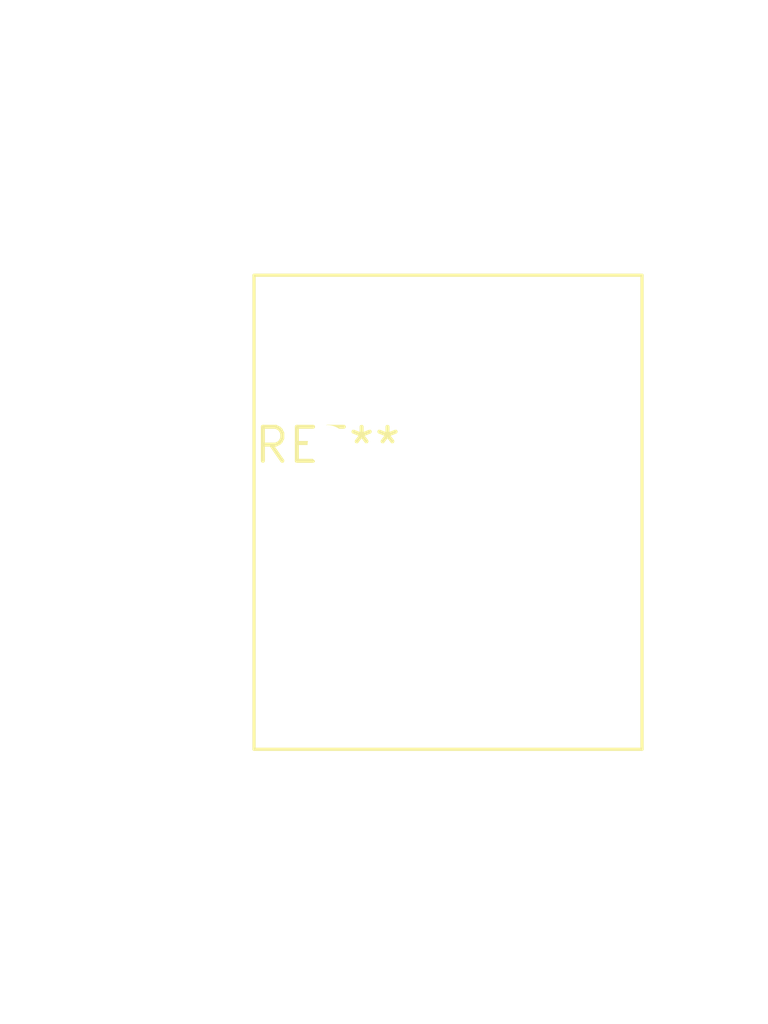
<source format=kicad_pcb>
(kicad_pcb (version 20240108) (generator pcbnew)
  (layers (0 "F.Cu" signal) (31 "B.Cu" signal) (34 "B.Paste" user) (35 "F.Paste" user) (36 "B.SilkS" user "B.Silkscreen") (37 "F.SilkS" user "F.Silkscreen") (38 "B.Mask" user) (39 "F.Mask" user) (44 "Edge.Cuts" user))
  (net 0 "")
  (footprint "SW_Matias_ISOEnter" (layer "F.Cu") (at 0 0)
    (property "Reference" "REF**")
    (property "Value" "SW_Matias_ISOEnter")
    (fp_line (start -2.75 -6.35) (end 11.75 -6.35) (layer "F.SilkS") (stroke (width 0.12)))
    (fp_line (start -2.75 11.35) (end -2.75 -6.35) (layer "F.SilkS") (stroke (width 0.12)))
    (fp_line (start 11.75 -6.35) (end 11.75 11.35) (layer "F.SilkS") (stroke (width 0.12)))
    (fp_line (start 11.75 11.35) (end -2.75 11.35) (layer "F.SilkS") (stroke (width 0.12)))
    (pad "1" thru_hole circle (at 0 0) (size 2.2 2.2) (drill 1.5) (layers *.Cu *.Mask) (remove_unused_layers))
    (pad "2" thru_hole circle (at 0.5 5) (size 2.2 2.2) (drill 1.5) (layers *.Cu *.Mask) (remove_unused_layers))
  )
)
</source>
